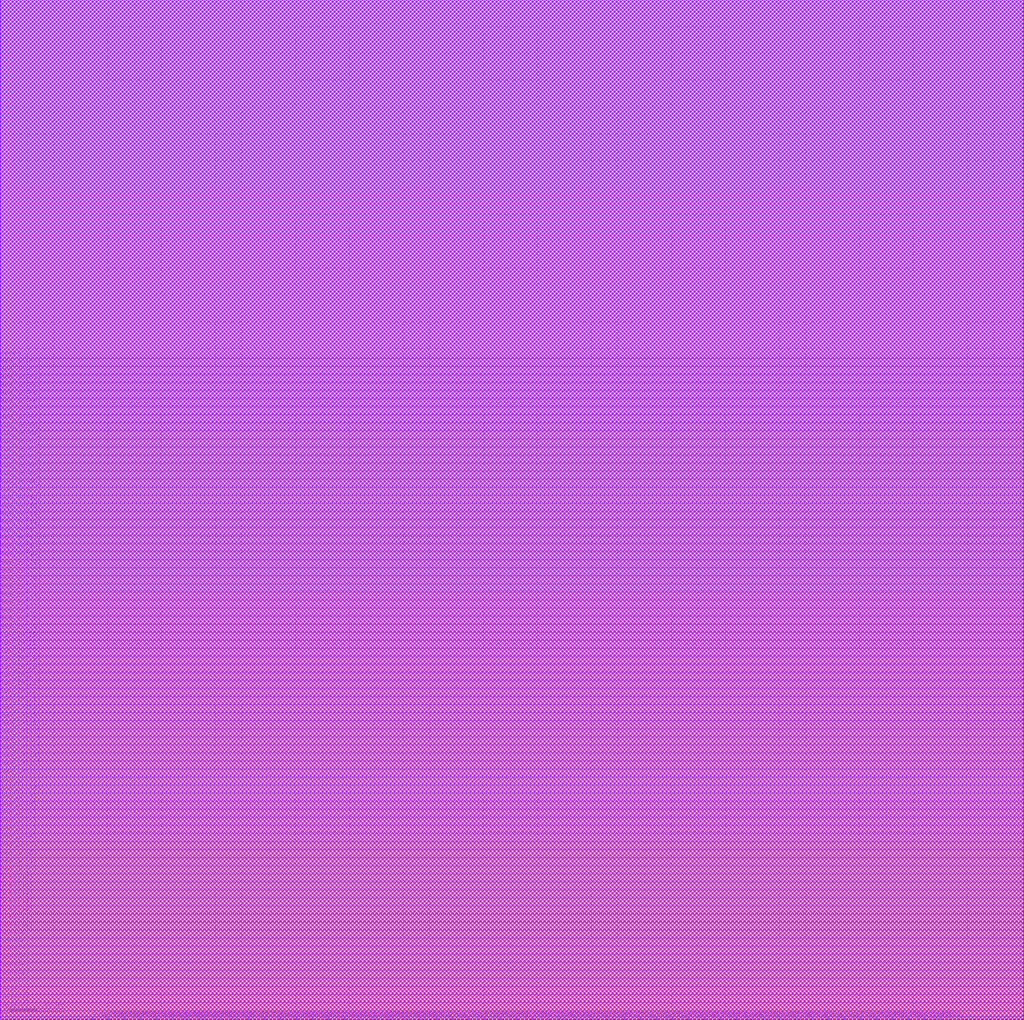
<source format=lef>
##
## LEF for PtnCells ;
## created by Innovus v15.23-s045_1 on Sat Mar 22 17:45:17 2025
##

VERSION 5.8 ;

BUSBITCHARS "[]" ;
DIVIDERCHAR "/" ;

MACRO core
  CLASS BLOCK ;
  SIZE 381.2000 BY 380.0000 ;
  FOREIGN core 0.0000 0.0000 ;
  ORIGIN 0 0 ;
  SYMMETRY X Y R90 ;
  PIN clk
    DIRECTION INPUT ;
    USE SIGNAL ;
    PORT
      LAYER M3 ;
        RECT 0.0000 1.1500 0.5200 1.2500 ;
    END
  END clk
  PIN mem_in[63]
    DIRECTION INPUT ;
    USE SIGNAL ;
    PORT
      LAYER M3 ;
        RECT 0.0000 243.3500 0.5200 243.4500 ;
    END
  END mem_in[63]
  PIN mem_in[62]
    DIRECTION INPUT ;
    USE SIGNAL ;
    PORT
      LAYER M3 ;
        RECT 0.0000 240.3500 0.5200 240.4500 ;
    END
  END mem_in[62]
  PIN mem_in[61]
    DIRECTION INPUT ;
    USE SIGNAL ;
    PORT
      LAYER M3 ;
        RECT 0.0000 237.3500 0.5200 237.4500 ;
    END
  END mem_in[61]
  PIN mem_in[60]
    DIRECTION INPUT ;
    USE SIGNAL ;
    PORT
      LAYER M3 ;
        RECT 0.0000 234.3500 0.5200 234.4500 ;
    END
  END mem_in[60]
  PIN mem_in[59]
    DIRECTION INPUT ;
    USE SIGNAL ;
    PORT
      LAYER M3 ;
        RECT 0.0000 231.3500 0.5200 231.4500 ;
    END
  END mem_in[59]
  PIN mem_in[58]
    DIRECTION INPUT ;
    USE SIGNAL ;
    PORT
      LAYER M3 ;
        RECT 0.0000 228.3500 0.5200 228.4500 ;
    END
  END mem_in[58]
  PIN mem_in[57]
    DIRECTION INPUT ;
    USE SIGNAL ;
    PORT
      LAYER M3 ;
        RECT 0.0000 225.3500 0.5200 225.4500 ;
    END
  END mem_in[57]
  PIN mem_in[56]
    DIRECTION INPUT ;
    USE SIGNAL ;
    PORT
      LAYER M3 ;
        RECT 0.0000 222.3500 0.5200 222.4500 ;
    END
  END mem_in[56]
  PIN mem_in[55]
    DIRECTION INPUT ;
    USE SIGNAL ;
    PORT
      LAYER M3 ;
        RECT 0.0000 219.3500 0.5200 219.4500 ;
    END
  END mem_in[55]
  PIN mem_in[54]
    DIRECTION INPUT ;
    USE SIGNAL ;
    PORT
      LAYER M3 ;
        RECT 0.0000 216.3500 0.5200 216.4500 ;
    END
  END mem_in[54]
  PIN mem_in[53]
    DIRECTION INPUT ;
    USE SIGNAL ;
    PORT
      LAYER M3 ;
        RECT 0.0000 213.3500 0.5200 213.4500 ;
    END
  END mem_in[53]
  PIN mem_in[52]
    DIRECTION INPUT ;
    USE SIGNAL ;
    PORT
      LAYER M3 ;
        RECT 0.0000 210.3500 0.5200 210.4500 ;
    END
  END mem_in[52]
  PIN mem_in[51]
    DIRECTION INPUT ;
    USE SIGNAL ;
    PORT
      LAYER M3 ;
        RECT 0.0000 207.3500 0.5200 207.4500 ;
    END
  END mem_in[51]
  PIN mem_in[50]
    DIRECTION INPUT ;
    USE SIGNAL ;
    PORT
      LAYER M3 ;
        RECT 0.0000 204.3500 0.5200 204.4500 ;
    END
  END mem_in[50]
  PIN mem_in[49]
    DIRECTION INPUT ;
    USE SIGNAL ;
    PORT
      LAYER M3 ;
        RECT 0.0000 201.3500 0.5200 201.4500 ;
    END
  END mem_in[49]
  PIN mem_in[48]
    DIRECTION INPUT ;
    USE SIGNAL ;
    PORT
      LAYER M3 ;
        RECT 0.0000 198.3500 0.5200 198.4500 ;
    END
  END mem_in[48]
  PIN mem_in[47]
    DIRECTION INPUT ;
    USE SIGNAL ;
    PORT
      LAYER M3 ;
        RECT 0.0000 195.3500 0.5200 195.4500 ;
    END
  END mem_in[47]
  PIN mem_in[46]
    DIRECTION INPUT ;
    USE SIGNAL ;
    PORT
      LAYER M3 ;
        RECT 0.0000 192.3500 0.5200 192.4500 ;
    END
  END mem_in[46]
  PIN mem_in[45]
    DIRECTION INPUT ;
    USE SIGNAL ;
    PORT
      LAYER M3 ;
        RECT 0.0000 189.3500 0.5200 189.4500 ;
    END
  END mem_in[45]
  PIN mem_in[44]
    DIRECTION INPUT ;
    USE SIGNAL ;
    PORT
      LAYER M3 ;
        RECT 0.0000 186.3500 0.5200 186.4500 ;
    END
  END mem_in[44]
  PIN mem_in[43]
    DIRECTION INPUT ;
    USE SIGNAL ;
    PORT
      LAYER M3 ;
        RECT 0.0000 183.3500 0.5200 183.4500 ;
    END
  END mem_in[43]
  PIN mem_in[42]
    DIRECTION INPUT ;
    USE SIGNAL ;
    PORT
      LAYER M3 ;
        RECT 0.0000 180.3500 0.5200 180.4500 ;
    END
  END mem_in[42]
  PIN mem_in[41]
    DIRECTION INPUT ;
    USE SIGNAL ;
    PORT
      LAYER M3 ;
        RECT 0.0000 177.3500 0.5200 177.4500 ;
    END
  END mem_in[41]
  PIN mem_in[40]
    DIRECTION INPUT ;
    USE SIGNAL ;
    PORT
      LAYER M3 ;
        RECT 0.0000 174.3500 0.5200 174.4500 ;
    END
  END mem_in[40]
  PIN mem_in[39]
    DIRECTION INPUT ;
    USE SIGNAL ;
    PORT
      LAYER M3 ;
        RECT 0.0000 171.3500 0.5200 171.4500 ;
    END
  END mem_in[39]
  PIN mem_in[38]
    DIRECTION INPUT ;
    USE SIGNAL ;
    PORT
      LAYER M3 ;
        RECT 0.0000 168.3500 0.5200 168.4500 ;
    END
  END mem_in[38]
  PIN mem_in[37]
    DIRECTION INPUT ;
    USE SIGNAL ;
    PORT
      LAYER M3 ;
        RECT 0.0000 165.3500 0.5200 165.4500 ;
    END
  END mem_in[37]
  PIN mem_in[36]
    DIRECTION INPUT ;
    USE SIGNAL ;
    PORT
      LAYER M3 ;
        RECT 0.0000 162.3500 0.5200 162.4500 ;
    END
  END mem_in[36]
  PIN mem_in[35]
    DIRECTION INPUT ;
    USE SIGNAL ;
    PORT
      LAYER M3 ;
        RECT 0.0000 159.3500 0.5200 159.4500 ;
    END
  END mem_in[35]
  PIN mem_in[34]
    DIRECTION INPUT ;
    USE SIGNAL ;
    PORT
      LAYER M3 ;
        RECT 0.0000 156.3500 0.5200 156.4500 ;
    END
  END mem_in[34]
  PIN mem_in[33]
    DIRECTION INPUT ;
    USE SIGNAL ;
    PORT
      LAYER M3 ;
        RECT 0.0000 153.3500 0.5200 153.4500 ;
    END
  END mem_in[33]
  PIN mem_in[32]
    DIRECTION INPUT ;
    USE SIGNAL ;
    PORT
      LAYER M3 ;
        RECT 0.0000 150.3500 0.5200 150.4500 ;
    END
  END mem_in[32]
  PIN mem_in[31]
    DIRECTION INPUT ;
    USE SIGNAL ;
    PORT
      LAYER M3 ;
        RECT 0.0000 147.3500 0.5200 147.4500 ;
    END
  END mem_in[31]
  PIN mem_in[30]
    DIRECTION INPUT ;
    USE SIGNAL ;
    PORT
      LAYER M3 ;
        RECT 0.0000 144.3500 0.5200 144.4500 ;
    END
  END mem_in[30]
  PIN mem_in[29]
    DIRECTION INPUT ;
    USE SIGNAL ;
    PORT
      LAYER M3 ;
        RECT 0.0000 141.3500 0.5200 141.4500 ;
    END
  END mem_in[29]
  PIN mem_in[28]
    DIRECTION INPUT ;
    USE SIGNAL ;
    PORT
      LAYER M3 ;
        RECT 0.0000 138.3500 0.5200 138.4500 ;
    END
  END mem_in[28]
  PIN mem_in[27]
    DIRECTION INPUT ;
    USE SIGNAL ;
    PORT
      LAYER M3 ;
        RECT 0.0000 135.3500 0.5200 135.4500 ;
    END
  END mem_in[27]
  PIN mem_in[26]
    DIRECTION INPUT ;
    USE SIGNAL ;
    PORT
      LAYER M3 ;
        RECT 0.0000 132.3500 0.5200 132.4500 ;
    END
  END mem_in[26]
  PIN mem_in[25]
    DIRECTION INPUT ;
    USE SIGNAL ;
    PORT
      LAYER M3 ;
        RECT 0.0000 129.3500 0.5200 129.4500 ;
    END
  END mem_in[25]
  PIN mem_in[24]
    DIRECTION INPUT ;
    USE SIGNAL ;
    PORT
      LAYER M3 ;
        RECT 0.0000 126.3500 0.5200 126.4500 ;
    END
  END mem_in[24]
  PIN mem_in[23]
    DIRECTION INPUT ;
    USE SIGNAL ;
    PORT
      LAYER M3 ;
        RECT 0.0000 123.3500 0.5200 123.4500 ;
    END
  END mem_in[23]
  PIN mem_in[22]
    DIRECTION INPUT ;
    USE SIGNAL ;
    PORT
      LAYER M3 ;
        RECT 0.0000 120.3500 0.5200 120.4500 ;
    END
  END mem_in[22]
  PIN mem_in[21]
    DIRECTION INPUT ;
    USE SIGNAL ;
    PORT
      LAYER M3 ;
        RECT 0.0000 117.3500 0.5200 117.4500 ;
    END
  END mem_in[21]
  PIN mem_in[20]
    DIRECTION INPUT ;
    USE SIGNAL ;
    PORT
      LAYER M3 ;
        RECT 0.0000 114.3500 0.5200 114.4500 ;
    END
  END mem_in[20]
  PIN mem_in[19]
    DIRECTION INPUT ;
    USE SIGNAL ;
    PORT
      LAYER M3 ;
        RECT 0.0000 111.3500 0.5200 111.4500 ;
    END
  END mem_in[19]
  PIN mem_in[18]
    DIRECTION INPUT ;
    USE SIGNAL ;
    PORT
      LAYER M3 ;
        RECT 0.0000 108.3500 0.5200 108.4500 ;
    END
  END mem_in[18]
  PIN mem_in[17]
    DIRECTION INPUT ;
    USE SIGNAL ;
    PORT
      LAYER M3 ;
        RECT 0.0000 105.3500 0.5200 105.4500 ;
    END
  END mem_in[17]
  PIN mem_in[16]
    DIRECTION INPUT ;
    USE SIGNAL ;
    PORT
      LAYER M3 ;
        RECT 0.0000 102.3500 0.5200 102.4500 ;
    END
  END mem_in[16]
  PIN mem_in[15]
    DIRECTION INPUT ;
    USE SIGNAL ;
    PORT
      LAYER M3 ;
        RECT 0.0000 99.3500 0.5200 99.4500 ;
    END
  END mem_in[15]
  PIN mem_in[14]
    DIRECTION INPUT ;
    USE SIGNAL ;
    PORT
      LAYER M3 ;
        RECT 0.0000 96.3500 0.5200 96.4500 ;
    END
  END mem_in[14]
  PIN mem_in[13]
    DIRECTION INPUT ;
    USE SIGNAL ;
    PORT
      LAYER M3 ;
        RECT 0.0000 93.3500 0.5200 93.4500 ;
    END
  END mem_in[13]
  PIN mem_in[12]
    DIRECTION INPUT ;
    USE SIGNAL ;
    PORT
      LAYER M3 ;
        RECT 0.0000 90.3500 0.5200 90.4500 ;
    END
  END mem_in[12]
  PIN mem_in[11]
    DIRECTION INPUT ;
    USE SIGNAL ;
    PORT
      LAYER M3 ;
        RECT 0.0000 87.3500 0.5200 87.4500 ;
    END
  END mem_in[11]
  PIN mem_in[10]
    DIRECTION INPUT ;
    USE SIGNAL ;
    PORT
      LAYER M3 ;
        RECT 0.0000 84.3500 0.5200 84.4500 ;
    END
  END mem_in[10]
  PIN mem_in[9]
    DIRECTION INPUT ;
    USE SIGNAL ;
    PORT
      LAYER M3 ;
        RECT 0.0000 81.3500 0.5200 81.4500 ;
    END
  END mem_in[9]
  PIN mem_in[8]
    DIRECTION INPUT ;
    USE SIGNAL ;
    PORT
      LAYER M3 ;
        RECT 0.0000 78.3500 0.5200 78.4500 ;
    END
  END mem_in[8]
  PIN mem_in[7]
    DIRECTION INPUT ;
    USE SIGNAL ;
    PORT
      LAYER M3 ;
        RECT 0.0000 75.3500 0.5200 75.4500 ;
    END
  END mem_in[7]
  PIN mem_in[6]
    DIRECTION INPUT ;
    USE SIGNAL ;
    PORT
      LAYER M3 ;
        RECT 0.0000 72.3500 0.5200 72.4500 ;
    END
  END mem_in[6]
  PIN mem_in[5]
    DIRECTION INPUT ;
    USE SIGNAL ;
    PORT
      LAYER M3 ;
        RECT 0.0000 69.3500 0.5200 69.4500 ;
    END
  END mem_in[5]
  PIN mem_in[4]
    DIRECTION INPUT ;
    USE SIGNAL ;
    PORT
      LAYER M3 ;
        RECT 0.0000 66.3500 0.5200 66.4500 ;
    END
  END mem_in[4]
  PIN mem_in[3]
    DIRECTION INPUT ;
    USE SIGNAL ;
    PORT
      LAYER M3 ;
        RECT 0.0000 63.3500 0.5200 63.4500 ;
    END
  END mem_in[3]
  PIN mem_in[2]
    DIRECTION INPUT ;
    USE SIGNAL ;
    PORT
      LAYER M3 ;
        RECT 0.0000 60.3500 0.5200 60.4500 ;
    END
  END mem_in[2]
  PIN mem_in[1]
    DIRECTION INPUT ;
    USE SIGNAL ;
    PORT
      LAYER M3 ;
        RECT 0.0000 57.3500 0.5200 57.4500 ;
    END
  END mem_in[1]
  PIN mem_in[0]
    DIRECTION INPUT ;
    USE SIGNAL ;
    PORT
      LAYER M3 ;
        RECT 0.0000 54.3500 0.5200 54.4500 ;
    END
  END mem_in[0]
  PIN out[159]
    DIRECTION OUTPUT ;
    USE SIGNAL ;
    PORT
      LAYER M2 ;
        RECT 34.2500 0.0000 34.3500 0.5200 ;
    END
  END out[159]
  PIN out[158]
    DIRECTION OUTPUT ;
    USE SIGNAL ;
    PORT
      LAYER M2 ;
        RECT 36.2500 0.0000 36.3500 0.5200 ;
    END
  END out[158]
  PIN out[157]
    DIRECTION OUTPUT ;
    USE SIGNAL ;
    PORT
      LAYER M2 ;
        RECT 38.2500 0.0000 38.3500 0.5200 ;
    END
  END out[157]
  PIN out[156]
    DIRECTION OUTPUT ;
    USE SIGNAL ;
    PORT
      LAYER M2 ;
        RECT 40.2500 0.0000 40.3500 0.5200 ;
    END
  END out[156]
  PIN out[155]
    DIRECTION OUTPUT ;
    USE SIGNAL ;
    PORT
      LAYER M2 ;
        RECT 42.2500 0.0000 42.3500 0.5200 ;
    END
  END out[155]
  PIN out[154]
    DIRECTION OUTPUT ;
    USE SIGNAL ;
    PORT
      LAYER M2 ;
        RECT 44.2500 0.0000 44.3500 0.5200 ;
    END
  END out[154]
  PIN out[153]
    DIRECTION OUTPUT ;
    USE SIGNAL ;
    PORT
      LAYER M2 ;
        RECT 46.2500 0.0000 46.3500 0.5200 ;
    END
  END out[153]
  PIN out[152]
    DIRECTION OUTPUT ;
    USE SIGNAL ;
    PORT
      LAYER M2 ;
        RECT 48.2500 0.0000 48.3500 0.5200 ;
    END
  END out[152]
  PIN out[151]
    DIRECTION OUTPUT ;
    USE SIGNAL ;
    PORT
      LAYER M2 ;
        RECT 50.2500 0.0000 50.3500 0.5200 ;
    END
  END out[151]
  PIN out[150]
    DIRECTION OUTPUT ;
    USE SIGNAL ;
    PORT
      LAYER M2 ;
        RECT 52.2500 0.0000 52.3500 0.5200 ;
    END
  END out[150]
  PIN out[149]
    DIRECTION OUTPUT ;
    USE SIGNAL ;
    PORT
      LAYER M2 ;
        RECT 54.2500 0.0000 54.3500 0.5200 ;
    END
  END out[149]
  PIN out[148]
    DIRECTION OUTPUT ;
    USE SIGNAL ;
    PORT
      LAYER M2 ;
        RECT 56.2500 0.0000 56.3500 0.5200 ;
    END
  END out[148]
  PIN out[147]
    DIRECTION OUTPUT ;
    USE SIGNAL ;
    PORT
      LAYER M2 ;
        RECT 58.2500 0.0000 58.3500 0.5200 ;
    END
  END out[147]
  PIN out[146]
    DIRECTION OUTPUT ;
    USE SIGNAL ;
    PORT
      LAYER M2 ;
        RECT 60.2500 0.0000 60.3500 0.5200 ;
    END
  END out[146]
  PIN out[145]
    DIRECTION OUTPUT ;
    USE SIGNAL ;
    PORT
      LAYER M2 ;
        RECT 62.2500 0.0000 62.3500 0.5200 ;
    END
  END out[145]
  PIN out[144]
    DIRECTION OUTPUT ;
    USE SIGNAL ;
    PORT
      LAYER M2 ;
        RECT 64.2500 0.0000 64.3500 0.5200 ;
    END
  END out[144]
  PIN out[143]
    DIRECTION OUTPUT ;
    USE SIGNAL ;
    PORT
      LAYER M2 ;
        RECT 66.2500 0.0000 66.3500 0.5200 ;
    END
  END out[143]
  PIN out[142]
    DIRECTION OUTPUT ;
    USE SIGNAL ;
    PORT
      LAYER M2 ;
        RECT 68.2500 0.0000 68.3500 0.5200 ;
    END
  END out[142]
  PIN out[141]
    DIRECTION OUTPUT ;
    USE SIGNAL ;
    PORT
      LAYER M2 ;
        RECT 70.2500 0.0000 70.3500 0.5200 ;
    END
  END out[141]
  PIN out[140]
    DIRECTION OUTPUT ;
    USE SIGNAL ;
    PORT
      LAYER M2 ;
        RECT 72.2500 0.0000 72.3500 0.5200 ;
    END
  END out[140]
  PIN out[139]
    DIRECTION OUTPUT ;
    USE SIGNAL ;
    PORT
      LAYER M2 ;
        RECT 74.2500 0.0000 74.3500 0.5200 ;
    END
  END out[139]
  PIN out[138]
    DIRECTION OUTPUT ;
    USE SIGNAL ;
    PORT
      LAYER M2 ;
        RECT 76.2500 0.0000 76.3500 0.5200 ;
    END
  END out[138]
  PIN out[137]
    DIRECTION OUTPUT ;
    USE SIGNAL ;
    PORT
      LAYER M2 ;
        RECT 78.2500 0.0000 78.3500 0.5200 ;
    END
  END out[137]
  PIN out[136]
    DIRECTION OUTPUT ;
    USE SIGNAL ;
    PORT
      LAYER M2 ;
        RECT 80.2500 0.0000 80.3500 0.5200 ;
    END
  END out[136]
  PIN out[135]
    DIRECTION OUTPUT ;
    USE SIGNAL ;
    PORT
      LAYER M2 ;
        RECT 82.2500 0.0000 82.3500 0.5200 ;
    END
  END out[135]
  PIN out[134]
    DIRECTION OUTPUT ;
    USE SIGNAL ;
    PORT
      LAYER M2 ;
        RECT 84.2500 0.0000 84.3500 0.5200 ;
    END
  END out[134]
  PIN out[133]
    DIRECTION OUTPUT ;
    USE SIGNAL ;
    PORT
      LAYER M2 ;
        RECT 86.2500 0.0000 86.3500 0.5200 ;
    END
  END out[133]
  PIN out[132]
    DIRECTION OUTPUT ;
    USE SIGNAL ;
    PORT
      LAYER M2 ;
        RECT 88.2500 0.0000 88.3500 0.5200 ;
    END
  END out[132]
  PIN out[131]
    DIRECTION OUTPUT ;
    USE SIGNAL ;
    PORT
      LAYER M2 ;
        RECT 90.2500 0.0000 90.3500 0.5200 ;
    END
  END out[131]
  PIN out[130]
    DIRECTION OUTPUT ;
    USE SIGNAL ;
    PORT
      LAYER M2 ;
        RECT 92.2500 0.0000 92.3500 0.5200 ;
    END
  END out[130]
  PIN out[129]
    DIRECTION OUTPUT ;
    USE SIGNAL ;
    PORT
      LAYER M2 ;
        RECT 94.2500 0.0000 94.3500 0.5200 ;
    END
  END out[129]
  PIN out[128]
    DIRECTION OUTPUT ;
    USE SIGNAL ;
    PORT
      LAYER M2 ;
        RECT 96.2500 0.0000 96.3500 0.5200 ;
    END
  END out[128]
  PIN out[127]
    DIRECTION OUTPUT ;
    USE SIGNAL ;
    PORT
      LAYER M2 ;
        RECT 98.2500 0.0000 98.3500 0.5200 ;
    END
  END out[127]
  PIN out[126]
    DIRECTION OUTPUT ;
    USE SIGNAL ;
    PORT
      LAYER M2 ;
        RECT 100.2500 0.0000 100.3500 0.5200 ;
    END
  END out[126]
  PIN out[125]
    DIRECTION OUTPUT ;
    USE SIGNAL ;
    PORT
      LAYER M2 ;
        RECT 102.2500 0.0000 102.3500 0.5200 ;
    END
  END out[125]
  PIN out[124]
    DIRECTION OUTPUT ;
    USE SIGNAL ;
    PORT
      LAYER M2 ;
        RECT 104.2500 0.0000 104.3500 0.5200 ;
    END
  END out[124]
  PIN out[123]
    DIRECTION OUTPUT ;
    USE SIGNAL ;
    PORT
      LAYER M2 ;
        RECT 106.2500 0.0000 106.3500 0.5200 ;
    END
  END out[123]
  PIN out[122]
    DIRECTION OUTPUT ;
    USE SIGNAL ;
    PORT
      LAYER M2 ;
        RECT 108.2500 0.0000 108.3500 0.5200 ;
    END
  END out[122]
  PIN out[121]
    DIRECTION OUTPUT ;
    USE SIGNAL ;
    PORT
      LAYER M2 ;
        RECT 110.2500 0.0000 110.3500 0.5200 ;
    END
  END out[121]
  PIN out[120]
    DIRECTION OUTPUT ;
    USE SIGNAL ;
    PORT
      LAYER M2 ;
        RECT 112.2500 0.0000 112.3500 0.5200 ;
    END
  END out[120]
  PIN out[119]
    DIRECTION OUTPUT ;
    USE SIGNAL ;
    PORT
      LAYER M2 ;
        RECT 114.2500 0.0000 114.3500 0.5200 ;
    END
  END out[119]
  PIN out[118]
    DIRECTION OUTPUT ;
    USE SIGNAL ;
    PORT
      LAYER M2 ;
        RECT 116.2500 0.0000 116.3500 0.5200 ;
    END
  END out[118]
  PIN out[117]
    DIRECTION OUTPUT ;
    USE SIGNAL ;
    PORT
      LAYER M2 ;
        RECT 118.2500 0.0000 118.3500 0.5200 ;
    END
  END out[117]
  PIN out[116]
    DIRECTION OUTPUT ;
    USE SIGNAL ;
    PORT
      LAYER M2 ;
        RECT 120.2500 0.0000 120.3500 0.5200 ;
    END
  END out[116]
  PIN out[115]
    DIRECTION OUTPUT ;
    USE SIGNAL ;
    PORT
      LAYER M2 ;
        RECT 122.2500 0.0000 122.3500 0.5200 ;
    END
  END out[115]
  PIN out[114]
    DIRECTION OUTPUT ;
    USE SIGNAL ;
    PORT
      LAYER M2 ;
        RECT 124.2500 0.0000 124.3500 0.5200 ;
    END
  END out[114]
  PIN out[113]
    DIRECTION OUTPUT ;
    USE SIGNAL ;
    PORT
      LAYER M2 ;
        RECT 126.2500 0.0000 126.3500 0.5200 ;
    END
  END out[113]
  PIN out[112]
    DIRECTION OUTPUT ;
    USE SIGNAL ;
    PORT
      LAYER M2 ;
        RECT 128.2500 0.0000 128.3500 0.5200 ;
    END
  END out[112]
  PIN out[111]
    DIRECTION OUTPUT ;
    USE SIGNAL ;
    PORT
      LAYER M2 ;
        RECT 130.2500 0.0000 130.3500 0.5200 ;
    END
  END out[111]
  PIN out[110]
    DIRECTION OUTPUT ;
    USE SIGNAL ;
    PORT
      LAYER M2 ;
        RECT 132.2500 0.0000 132.3500 0.5200 ;
    END
  END out[110]
  PIN out[109]
    DIRECTION OUTPUT ;
    USE SIGNAL ;
    PORT
      LAYER M2 ;
        RECT 134.2500 0.0000 134.3500 0.5200 ;
    END
  END out[109]
  PIN out[108]
    DIRECTION OUTPUT ;
    USE SIGNAL ;
    PORT
      LAYER M2 ;
        RECT 136.2500 0.0000 136.3500 0.5200 ;
    END
  END out[108]
  PIN out[107]
    DIRECTION OUTPUT ;
    USE SIGNAL ;
    PORT
      LAYER M2 ;
        RECT 138.2500 0.0000 138.3500 0.5200 ;
    END
  END out[107]
  PIN out[106]
    DIRECTION OUTPUT ;
    USE SIGNAL ;
    PORT
      LAYER M2 ;
        RECT 140.2500 0.0000 140.3500 0.5200 ;
    END
  END out[106]
  PIN out[105]
    DIRECTION OUTPUT ;
    USE SIGNAL ;
    PORT
      LAYER M2 ;
        RECT 142.2500 0.0000 142.3500 0.5200 ;
    END
  END out[105]
  PIN out[104]
    DIRECTION OUTPUT ;
    USE SIGNAL ;
    PORT
      LAYER M2 ;
        RECT 144.2500 0.0000 144.3500 0.5200 ;
    END
  END out[104]
  PIN out[103]
    DIRECTION OUTPUT ;
    USE SIGNAL ;
    PORT
      LAYER M2 ;
        RECT 146.2500 0.0000 146.3500 0.5200 ;
    END
  END out[103]
  PIN out[102]
    DIRECTION OUTPUT ;
    USE SIGNAL ;
    PORT
      LAYER M2 ;
        RECT 148.2500 0.0000 148.3500 0.5200 ;
    END
  END out[102]
  PIN out[101]
    DIRECTION OUTPUT ;
    USE SIGNAL ;
    PORT
      LAYER M2 ;
        RECT 150.2500 0.0000 150.3500 0.5200 ;
    END
  END out[101]
  PIN out[100]
    DIRECTION OUTPUT ;
    USE SIGNAL ;
    PORT
      LAYER M2 ;
        RECT 152.2500 0.0000 152.3500 0.5200 ;
    END
  END out[100]
  PIN out[99]
    DIRECTION OUTPUT ;
    USE SIGNAL ;
    PORT
      LAYER M2 ;
        RECT 154.2500 0.0000 154.3500 0.5200 ;
    END
  END out[99]
  PIN out[98]
    DIRECTION OUTPUT ;
    USE SIGNAL ;
    PORT
      LAYER M2 ;
        RECT 156.2500 0.0000 156.3500 0.5200 ;
    END
  END out[98]
  PIN out[97]
    DIRECTION OUTPUT ;
    USE SIGNAL ;
    PORT
      LAYER M2 ;
        RECT 158.2500 0.0000 158.3500 0.5200 ;
    END
  END out[97]
  PIN out[96]
    DIRECTION OUTPUT ;
    USE SIGNAL ;
    PORT
      LAYER M2 ;
        RECT 160.2500 0.0000 160.3500 0.5200 ;
    END
  END out[96]
  PIN out[95]
    DIRECTION OUTPUT ;
    USE SIGNAL ;
    PORT
      LAYER M2 ;
        RECT 162.2500 0.0000 162.3500 0.5200 ;
    END
  END out[95]
  PIN out[94]
    DIRECTION OUTPUT ;
    USE SIGNAL ;
    PORT
      LAYER M2 ;
        RECT 164.2500 0.0000 164.3500 0.5200 ;
    END
  END out[94]
  PIN out[93]
    DIRECTION OUTPUT ;
    USE SIGNAL ;
    PORT
      LAYER M2 ;
        RECT 166.2500 0.0000 166.3500 0.5200 ;
    END
  END out[93]
  PIN out[92]
    DIRECTION OUTPUT ;
    USE SIGNAL ;
    PORT
      LAYER M2 ;
        RECT 168.2500 0.0000 168.3500 0.5200 ;
    END
  END out[92]
  PIN out[91]
    DIRECTION OUTPUT ;
    USE SIGNAL ;
    PORT
      LAYER M2 ;
        RECT 170.2500 0.0000 170.3500 0.5200 ;
    END
  END out[91]
  PIN out[90]
    DIRECTION OUTPUT ;
    USE SIGNAL ;
    PORT
      LAYER M2 ;
        RECT 172.2500 0.0000 172.3500 0.5200 ;
    END
  END out[90]
  PIN out[89]
    DIRECTION OUTPUT ;
    USE SIGNAL ;
    PORT
      LAYER M2 ;
        RECT 174.2500 0.0000 174.3500 0.5200 ;
    END
  END out[89]
  PIN out[88]
    DIRECTION OUTPUT ;
    USE SIGNAL ;
    PORT
      LAYER M2 ;
        RECT 176.2500 0.0000 176.3500 0.5200 ;
    END
  END out[88]
  PIN out[87]
    DIRECTION OUTPUT ;
    USE SIGNAL ;
    PORT
      LAYER M2 ;
        RECT 178.2500 0.0000 178.3500 0.5200 ;
    END
  END out[87]
  PIN out[86]
    DIRECTION OUTPUT ;
    USE SIGNAL ;
    PORT
      LAYER M2 ;
        RECT 180.2500 0.0000 180.3500 0.5200 ;
    END
  END out[86]
  PIN out[85]
    DIRECTION OUTPUT ;
    USE SIGNAL ;
    PORT
      LAYER M2 ;
        RECT 182.2500 0.0000 182.3500 0.5200 ;
    END
  END out[85]
  PIN out[84]
    DIRECTION OUTPUT ;
    USE SIGNAL ;
    PORT
      LAYER M2 ;
        RECT 184.2500 0.0000 184.3500 0.5200 ;
    END
  END out[84]
  PIN out[83]
    DIRECTION OUTPUT ;
    USE SIGNAL ;
    PORT
      LAYER M2 ;
        RECT 186.2500 0.0000 186.3500 0.5200 ;
    END
  END out[83]
  PIN out[82]
    DIRECTION OUTPUT ;
    USE SIGNAL ;
    PORT
      LAYER M2 ;
        RECT 188.2500 0.0000 188.3500 0.5200 ;
    END
  END out[82]
  PIN out[81]
    DIRECTION OUTPUT ;
    USE SIGNAL ;
    PORT
      LAYER M2 ;
        RECT 190.2500 0.0000 190.3500 0.5200 ;
    END
  END out[81]
  PIN out[80]
    DIRECTION OUTPUT ;
    USE SIGNAL ;
    PORT
      LAYER M2 ;
        RECT 192.2500 0.0000 192.3500 0.5200 ;
    END
  END out[80]
  PIN out[79]
    DIRECTION OUTPUT ;
    USE SIGNAL ;
    PORT
      LAYER M2 ;
        RECT 194.2500 0.0000 194.3500 0.5200 ;
    END
  END out[79]
  PIN out[78]
    DIRECTION OUTPUT ;
    USE SIGNAL ;
    PORT
      LAYER M2 ;
        RECT 196.2500 0.0000 196.3500 0.5200 ;
    END
  END out[78]
  PIN out[77]
    DIRECTION OUTPUT ;
    USE SIGNAL ;
    PORT
      LAYER M2 ;
        RECT 198.2500 0.0000 198.3500 0.5200 ;
    END
  END out[77]
  PIN out[76]
    DIRECTION OUTPUT ;
    USE SIGNAL ;
    PORT
      LAYER M2 ;
        RECT 200.2500 0.0000 200.3500 0.5200 ;
    END
  END out[76]
  PIN out[75]
    DIRECTION OUTPUT ;
    USE SIGNAL ;
    PORT
      LAYER M2 ;
        RECT 202.2500 0.0000 202.3500 0.5200 ;
    END
  END out[75]
  PIN out[74]
    DIRECTION OUTPUT ;
    USE SIGNAL ;
    PORT
      LAYER M2 ;
        RECT 204.2500 0.0000 204.3500 0.5200 ;
    END
  END out[74]
  PIN out[73]
    DIRECTION OUTPUT ;
    USE SIGNAL ;
    PORT
      LAYER M2 ;
        RECT 206.2500 0.0000 206.3500 0.5200 ;
    END
  END out[73]
  PIN out[72]
    DIRECTION OUTPUT ;
    USE SIGNAL ;
    PORT
      LAYER M2 ;
        RECT 208.2500 0.0000 208.3500 0.5200 ;
    END
  END out[72]
  PIN out[71]
    DIRECTION OUTPUT ;
    USE SIGNAL ;
    PORT
      LAYER M2 ;
        RECT 210.2500 0.0000 210.3500 0.5200 ;
    END
  END out[71]
  PIN out[70]
    DIRECTION OUTPUT ;
    USE SIGNAL ;
    PORT
      LAYER M2 ;
        RECT 212.2500 0.0000 212.3500 0.5200 ;
    END
  END out[70]
  PIN out[69]
    DIRECTION OUTPUT ;
    USE SIGNAL ;
    PORT
      LAYER M2 ;
        RECT 214.2500 0.0000 214.3500 0.5200 ;
    END
  END out[69]
  PIN out[68]
    DIRECTION OUTPUT ;
    USE SIGNAL ;
    PORT
      LAYER M2 ;
        RECT 216.2500 0.0000 216.3500 0.5200 ;
    END
  END out[68]
  PIN out[67]
    DIRECTION OUTPUT ;
    USE SIGNAL ;
    PORT
      LAYER M2 ;
        RECT 218.2500 0.0000 218.3500 0.5200 ;
    END
  END out[67]
  PIN out[66]
    DIRECTION OUTPUT ;
    USE SIGNAL ;
    PORT
      LAYER M2 ;
        RECT 220.2500 0.0000 220.3500 0.5200 ;
    END
  END out[66]
  PIN out[65]
    DIRECTION OUTPUT ;
    USE SIGNAL ;
    PORT
      LAYER M2 ;
        RECT 222.2500 0.0000 222.3500 0.5200 ;
    END
  END out[65]
  PIN out[64]
    DIRECTION OUTPUT ;
    USE SIGNAL ;
    PORT
      LAYER M2 ;
        RECT 224.2500 0.0000 224.3500 0.5200 ;
    END
  END out[64]
  PIN out[63]
    DIRECTION OUTPUT ;
    USE SIGNAL ;
    PORT
      LAYER M2 ;
        RECT 226.2500 0.0000 226.3500 0.5200 ;
    END
  END out[63]
  PIN out[62]
    DIRECTION OUTPUT ;
    USE SIGNAL ;
    PORT
      LAYER M2 ;
        RECT 228.2500 0.0000 228.3500 0.5200 ;
    END
  END out[62]
  PIN out[61]
    DIRECTION OUTPUT ;
    USE SIGNAL ;
    PORT
      LAYER M2 ;
        RECT 230.2500 0.0000 230.3500 0.5200 ;
    END
  END out[61]
  PIN out[60]
    DIRECTION OUTPUT ;
    USE SIGNAL ;
    PORT
      LAYER M2 ;
        RECT 232.2500 0.0000 232.3500 0.5200 ;
    END
  END out[60]
  PIN out[59]
    DIRECTION OUTPUT ;
    USE SIGNAL ;
    PORT
      LAYER M2 ;
        RECT 234.2500 0.0000 234.3500 0.5200 ;
    END
  END out[59]
  PIN out[58]
    DIRECTION OUTPUT ;
    USE SIGNAL ;
    PORT
      LAYER M2 ;
        RECT 236.2500 0.0000 236.3500 0.5200 ;
    END
  END out[58]
  PIN out[57]
    DIRECTION OUTPUT ;
    USE SIGNAL ;
    PORT
      LAYER M2 ;
        RECT 238.2500 0.0000 238.3500 0.5200 ;
    END
  END out[57]
  PIN out[56]
    DIRECTION OUTPUT ;
    USE SIGNAL ;
    PORT
      LAYER M2 ;
        RECT 240.2500 0.0000 240.3500 0.5200 ;
    END
  END out[56]
  PIN out[55]
    DIRECTION OUTPUT ;
    USE SIGNAL ;
    PORT
      LAYER M2 ;
        RECT 242.2500 0.0000 242.3500 0.5200 ;
    END
  END out[55]
  PIN out[54]
    DIRECTION OUTPUT ;
    USE SIGNAL ;
    PORT
      LAYER M2 ;
        RECT 244.2500 0.0000 244.3500 0.5200 ;
    END
  END out[54]
  PIN out[53]
    DIRECTION OUTPUT ;
    USE SIGNAL ;
    PORT
      LAYER M2 ;
        RECT 246.2500 0.0000 246.3500 0.5200 ;
    END
  END out[53]
  PIN out[52]
    DIRECTION OUTPUT ;
    USE SIGNAL ;
    PORT
      LAYER M2 ;
        RECT 248.2500 0.0000 248.3500 0.5200 ;
    END
  END out[52]
  PIN out[51]
    DIRECTION OUTPUT ;
    USE SIGNAL ;
    PORT
      LAYER M2 ;
        RECT 250.2500 0.0000 250.3500 0.5200 ;
    END
  END out[51]
  PIN out[50]
    DIRECTION OUTPUT ;
    USE SIGNAL ;
    PORT
      LAYER M2 ;
        RECT 252.2500 0.0000 252.3500 0.5200 ;
    END
  END out[50]
  PIN out[49]
    DIRECTION OUTPUT ;
    USE SIGNAL ;
    PORT
      LAYER M2 ;
        RECT 254.2500 0.0000 254.3500 0.5200 ;
    END
  END out[49]
  PIN out[48]
    DIRECTION OUTPUT ;
    USE SIGNAL ;
    PORT
      LAYER M2 ;
        RECT 256.2500 0.0000 256.3500 0.5200 ;
    END
  END out[48]
  PIN out[47]
    DIRECTION OUTPUT ;
    USE SIGNAL ;
    PORT
      LAYER M2 ;
        RECT 258.2500 0.0000 258.3500 0.5200 ;
    END
  END out[47]
  PIN out[46]
    DIRECTION OUTPUT ;
    USE SIGNAL ;
    PORT
      LAYER M2 ;
        RECT 260.2500 0.0000 260.3500 0.5200 ;
    END
  END out[46]
  PIN out[45]
    DIRECTION OUTPUT ;
    USE SIGNAL ;
    PORT
      LAYER M2 ;
        RECT 262.2500 0.0000 262.3500 0.5200 ;
    END
  END out[45]
  PIN out[44]
    DIRECTION OUTPUT ;
    USE SIGNAL ;
    PORT
      LAYER M2 ;
        RECT 264.2500 0.0000 264.3500 0.5200 ;
    END
  END out[44]
  PIN out[43]
    DIRECTION OUTPUT ;
    USE SIGNAL ;
    PORT
      LAYER M2 ;
        RECT 266.2500 0.0000 266.3500 0.5200 ;
    END
  END out[43]
  PIN out[42]
    DIRECTION OUTPUT ;
    USE SIGNAL ;
    PORT
      LAYER M2 ;
        RECT 268.2500 0.0000 268.3500 0.5200 ;
    END
  END out[42]
  PIN out[41]
    DIRECTION OUTPUT ;
    USE SIGNAL ;
    PORT
      LAYER M2 ;
        RECT 270.2500 0.0000 270.3500 0.5200 ;
    END
  END out[41]
  PIN out[40]
    DIRECTION OUTPUT ;
    USE SIGNAL ;
    PORT
      LAYER M2 ;
        RECT 272.2500 0.0000 272.3500 0.5200 ;
    END
  END out[40]
  PIN out[39]
    DIRECTION OUTPUT ;
    USE SIGNAL ;
    PORT
      LAYER M2 ;
        RECT 274.2500 0.0000 274.3500 0.5200 ;
    END
  END out[39]
  PIN out[38]
    DIRECTION OUTPUT ;
    USE SIGNAL ;
    PORT
      LAYER M2 ;
        RECT 276.2500 0.0000 276.3500 0.5200 ;
    END
  END out[38]
  PIN out[37]
    DIRECTION OUTPUT ;
    USE SIGNAL ;
    PORT
      LAYER M2 ;
        RECT 278.2500 0.0000 278.3500 0.5200 ;
    END
  END out[37]
  PIN out[36]
    DIRECTION OUTPUT ;
    USE SIGNAL ;
    PORT
      LAYER M2 ;
        RECT 280.2500 0.0000 280.3500 0.5200 ;
    END
  END out[36]
  PIN out[35]
    DIRECTION OUTPUT ;
    USE SIGNAL ;
    PORT
      LAYER M2 ;
        RECT 282.2500 0.0000 282.3500 0.5200 ;
    END
  END out[35]
  PIN out[34]
    DIRECTION OUTPUT ;
    USE SIGNAL ;
    PORT
      LAYER M2 ;
        RECT 284.2500 0.0000 284.3500 0.5200 ;
    END
  END out[34]
  PIN out[33]
    DIRECTION OUTPUT ;
    USE SIGNAL ;
    PORT
      LAYER M2 ;
        RECT 286.2500 0.0000 286.3500 0.5200 ;
    END
  END out[33]
  PIN out[32]
    DIRECTION OUTPUT ;
    USE SIGNAL ;
    PORT
      LAYER M2 ;
        RECT 288.2500 0.0000 288.3500 0.5200 ;
    END
  END out[32]
  PIN out[31]
    DIRECTION OUTPUT ;
    USE SIGNAL ;
    PORT
      LAYER M2 ;
        RECT 290.2500 0.0000 290.3500 0.5200 ;
    END
  END out[31]
  PIN out[30]
    DIRECTION OUTPUT ;
    USE SIGNAL ;
    PORT
      LAYER M2 ;
        RECT 292.2500 0.0000 292.3500 0.5200 ;
    END
  END out[30]
  PIN out[29]
    DIRECTION OUTPUT ;
    USE SIGNAL ;
    PORT
      LAYER M2 ;
        RECT 294.2500 0.0000 294.3500 0.5200 ;
    END
  END out[29]
  PIN out[28]
    DIRECTION OUTPUT ;
    USE SIGNAL ;
    PORT
      LAYER M2 ;
        RECT 296.2500 0.0000 296.3500 0.5200 ;
    END
  END out[28]
  PIN out[27]
    DIRECTION OUTPUT ;
    USE SIGNAL ;
    PORT
      LAYER M2 ;
        RECT 298.2500 0.0000 298.3500 0.5200 ;
    END
  END out[27]
  PIN out[26]
    DIRECTION OUTPUT ;
    USE SIGNAL ;
    PORT
      LAYER M2 ;
        RECT 300.2500 0.0000 300.3500 0.5200 ;
    END
  END out[26]
  PIN out[25]
    DIRECTION OUTPUT ;
    USE SIGNAL ;
    PORT
      LAYER M2 ;
        RECT 302.2500 0.0000 302.3500 0.5200 ;
    END
  END out[25]
  PIN out[24]
    DIRECTION OUTPUT ;
    USE SIGNAL ;
    PORT
      LAYER M2 ;
        RECT 304.2500 0.0000 304.3500 0.5200 ;
    END
  END out[24]
  PIN out[23]
    DIRECTION OUTPUT ;
    USE SIGNAL ;
    PORT
      LAYER M2 ;
        RECT 306.2500 0.0000 306.3500 0.5200 ;
    END
  END out[23]
  PIN out[22]
    DIRECTION OUTPUT ;
    USE SIGNAL ;
    PORT
      LAYER M2 ;
        RECT 308.2500 0.0000 308.3500 0.5200 ;
    END
  END out[22]
  PIN out[21]
    DIRECTION OUTPUT ;
    USE SIGNAL ;
    PORT
      LAYER M2 ;
        RECT 310.2500 0.0000 310.3500 0.5200 ;
    END
  END out[21]
  PIN out[20]
    DIRECTION OUTPUT ;
    USE SIGNAL ;
    PORT
      LAYER M2 ;
        RECT 312.2500 0.0000 312.3500 0.5200 ;
    END
  END out[20]
  PIN out[19]
    DIRECTION OUTPUT ;
    USE SIGNAL ;
    PORT
      LAYER M2 ;
        RECT 314.2500 0.0000 314.3500 0.5200 ;
    END
  END out[19]
  PIN out[18]
    DIRECTION OUTPUT ;
    USE SIGNAL ;
    PORT
      LAYER M2 ;
        RECT 316.2500 0.0000 316.3500 0.5200 ;
    END
  END out[18]
  PIN out[17]
    DIRECTION OUTPUT ;
    USE SIGNAL ;
    PORT
      LAYER M2 ;
        RECT 318.2500 0.0000 318.3500 0.5200 ;
    END
  END out[17]
  PIN out[16]
    DIRECTION OUTPUT ;
    USE SIGNAL ;
    PORT
      LAYER M2 ;
        RECT 320.2500 0.0000 320.3500 0.5200 ;
    END
  END out[16]
  PIN out[15]
    DIRECTION OUTPUT ;
    USE SIGNAL ;
    PORT
      LAYER M2 ;
        RECT 322.2500 0.0000 322.3500 0.5200 ;
    END
  END out[15]
  PIN out[14]
    DIRECTION OUTPUT ;
    USE SIGNAL ;
    PORT
      LAYER M2 ;
        RECT 324.2500 0.0000 324.3500 0.5200 ;
    END
  END out[14]
  PIN out[13]
    DIRECTION OUTPUT ;
    USE SIGNAL ;
    PORT
      LAYER M2 ;
        RECT 326.2500 0.0000 326.3500 0.5200 ;
    END
  END out[13]
  PIN out[12]
    DIRECTION OUTPUT ;
    USE SIGNAL ;
    PORT
      LAYER M2 ;
        RECT 328.2500 0.0000 328.3500 0.5200 ;
    END
  END out[12]
  PIN out[11]
    DIRECTION OUTPUT ;
    USE SIGNAL ;
    PORT
      LAYER M2 ;
        RECT 330.2500 0.0000 330.3500 0.5200 ;
    END
  END out[11]
  PIN out[10]
    DIRECTION OUTPUT ;
    USE SIGNAL ;
    PORT
      LAYER M2 ;
        RECT 332.2500 0.0000 332.3500 0.5200 ;
    END
  END out[10]
  PIN out[9]
    DIRECTION OUTPUT ;
    USE SIGNAL ;
    PORT
      LAYER M2 ;
        RECT 334.2500 0.0000 334.3500 0.5200 ;
    END
  END out[9]
  PIN out[8]
    DIRECTION OUTPUT ;
    USE SIGNAL ;
    PORT
      LAYER M2 ;
        RECT 336.2500 0.0000 336.3500 0.5200 ;
    END
  END out[8]
  PIN out[7]
    DIRECTION OUTPUT ;
    USE SIGNAL ;
    PORT
      LAYER M2 ;
        RECT 338.2500 0.0000 338.3500 0.5200 ;
    END
  END out[7]
  PIN out[6]
    DIRECTION OUTPUT ;
    USE SIGNAL ;
    PORT
      LAYER M2 ;
        RECT 340.2500 0.0000 340.3500 0.5200 ;
    END
  END out[6]
  PIN out[5]
    DIRECTION OUTPUT ;
    USE SIGNAL ;
    PORT
      LAYER M2 ;
        RECT 342.2500 0.0000 342.3500 0.5200 ;
    END
  END out[5]
  PIN out[4]
    DIRECTION OUTPUT ;
    USE SIGNAL ;
    PORT
      LAYER M2 ;
        RECT 344.2500 0.0000 344.3500 0.5200 ;
    END
  END out[4]
  PIN out[3]
    DIRECTION OUTPUT ;
    USE SIGNAL ;
    PORT
      LAYER M2 ;
        RECT 346.2500 0.0000 346.3500 0.5200 ;
    END
  END out[3]
  PIN out[2]
    DIRECTION OUTPUT ;
    USE SIGNAL ;
    PORT
      LAYER M2 ;
        RECT 348.2500 0.0000 348.3500 0.5200 ;
    END
  END out[2]
  PIN out[1]
    DIRECTION OUTPUT ;
    USE SIGNAL ;
    PORT
      LAYER M2 ;
        RECT 350.2500 0.0000 350.3500 0.5200 ;
    END
  END out[1]
  PIN out[0]
    DIRECTION OUTPUT ;
    USE SIGNAL ;
    PORT
      LAYER M2 ;
        RECT 352.2500 0.0000 352.3500 0.5200 ;
    END
  END out[0]
  PIN inst[16]
    DIRECTION INPUT ;
    USE SIGNAL ;
    PORT
      LAYER M3 ;
        RECT 0.0000 51.3500 0.5200 51.4500 ;
    END
  END inst[16]
  PIN inst[15]
    DIRECTION INPUT ;
    USE SIGNAL ;
    PORT
      LAYER M3 ;
        RECT 0.0000 48.3500 0.5200 48.4500 ;
    END
  END inst[15]
  PIN inst[14]
    DIRECTION INPUT ;
    USE SIGNAL ;
    PORT
      LAYER M3 ;
        RECT 0.0000 45.3500 0.5200 45.4500 ;
    END
  END inst[14]
  PIN inst[13]
    DIRECTION INPUT ;
    USE SIGNAL ;
    PORT
      LAYER M3 ;
        RECT 0.0000 42.3500 0.5200 42.4500 ;
    END
  END inst[13]
  PIN inst[12]
    DIRECTION INPUT ;
    USE SIGNAL ;
    PORT
      LAYER M3 ;
        RECT 0.0000 39.3500 0.5200 39.4500 ;
    END
  END inst[12]
  PIN inst[11]
    DIRECTION INPUT ;
    USE SIGNAL ;
    PORT
      LAYER M3 ;
        RECT 0.0000 36.3500 0.5200 36.4500 ;
    END
  END inst[11]
  PIN inst[10]
    DIRECTION INPUT ;
    USE SIGNAL ;
    PORT
      LAYER M3 ;
        RECT 0.0000 33.3500 0.5200 33.4500 ;
    END
  END inst[10]
  PIN inst[9]
    DIRECTION INPUT ;
    USE SIGNAL ;
    PORT
      LAYER M3 ;
        RECT 0.0000 30.3500 0.5200 30.4500 ;
    END
  END inst[9]
  PIN inst[8]
    DIRECTION INPUT ;
    USE SIGNAL ;
    PORT
      LAYER M3 ;
        RECT 0.0000 27.3500 0.5200 27.4500 ;
    END
  END inst[8]
  PIN inst[7]
    DIRECTION INPUT ;
    USE SIGNAL ;
    PORT
      LAYER M3 ;
        RECT 0.0000 24.3500 0.5200 24.4500 ;
    END
  END inst[7]
  PIN inst[6]
    DIRECTION INPUT ;
    USE SIGNAL ;
    PORT
      LAYER M3 ;
        RECT 0.0000 21.3500 0.5200 21.4500 ;
    END
  END inst[6]
  PIN inst[5]
    DIRECTION INPUT ;
    USE SIGNAL ;
    PORT
      LAYER M3 ;
        RECT 0.0000 18.3500 0.5200 18.4500 ;
    END
  END inst[5]
  PIN inst[4]
    DIRECTION INPUT ;
    USE SIGNAL ;
    PORT
      LAYER M3 ;
        RECT 0.0000 15.3500 0.5200 15.4500 ;
    END
  END inst[4]
  PIN inst[3]
    DIRECTION INPUT ;
    USE SIGNAL ;
    PORT
      LAYER M3 ;
        RECT 0.0000 12.3500 0.5200 12.4500 ;
    END
  END inst[3]
  PIN inst[2]
    DIRECTION INPUT ;
    USE SIGNAL ;
    PORT
      LAYER M3 ;
        RECT 0.0000 9.3500 0.5200 9.4500 ;
    END
  END inst[2]
  PIN inst[1]
    DIRECTION INPUT ;
    USE SIGNAL ;
    PORT
      LAYER M3 ;
        RECT 0.0000 6.3500 0.5200 6.4500 ;
    END
  END inst[1]
  PIN inst[0]
    DIRECTION INPUT ;
    USE SIGNAL ;
    PORT
      LAYER M3 ;
        RECT 0.0000 3.3500 0.5200 3.4500 ;
    END
  END inst[0]
  PIN reset
    DIRECTION INPUT ;
    USE SIGNAL ;
    PORT
      LAYER M3 ;
        RECT 0.0000 246.3500 0.5200 246.4500 ;
    END
  END reset
  OBS
    LAYER M1 ;
      RECT 0.0000 0.0000 381.2000 380.0000 ;
    LAYER M2 ;
      RECT 0.0000 0.6200 381.2000 380.0000 ;
      RECT 352.4500 0.0000 381.2000 0.6200 ;
      RECT 350.4500 0.0000 352.1500 0.6200 ;
      RECT 348.4500 0.0000 350.1500 0.6200 ;
      RECT 346.4500 0.0000 348.1500 0.6200 ;
      RECT 344.4500 0.0000 346.1500 0.6200 ;
      RECT 342.4500 0.0000 344.1500 0.6200 ;
      RECT 340.4500 0.0000 342.1500 0.6200 ;
      RECT 338.4500 0.0000 340.1500 0.6200 ;
      RECT 336.4500 0.0000 338.1500 0.6200 ;
      RECT 334.4500 0.0000 336.1500 0.6200 ;
      RECT 332.4500 0.0000 334.1500 0.6200 ;
      RECT 330.4500 0.0000 332.1500 0.6200 ;
      RECT 328.4500 0.0000 330.1500 0.6200 ;
      RECT 326.4500 0.0000 328.1500 0.6200 ;
      RECT 324.4500 0.0000 326.1500 0.6200 ;
      RECT 322.4500 0.0000 324.1500 0.6200 ;
      RECT 320.4500 0.0000 322.1500 0.6200 ;
      RECT 318.4500 0.0000 320.1500 0.6200 ;
      RECT 316.4500 0.0000 318.1500 0.6200 ;
      RECT 314.4500 0.0000 316.1500 0.6200 ;
      RECT 312.4500 0.0000 314.1500 0.6200 ;
      RECT 310.4500 0.0000 312.1500 0.6200 ;
      RECT 308.4500 0.0000 310.1500 0.6200 ;
      RECT 306.4500 0.0000 308.1500 0.6200 ;
      RECT 304.4500 0.0000 306.1500 0.6200 ;
      RECT 302.4500 0.0000 304.1500 0.6200 ;
      RECT 300.4500 0.0000 302.1500 0.6200 ;
      RECT 298.4500 0.0000 300.1500 0.6200 ;
      RECT 296.4500 0.0000 298.1500 0.6200 ;
      RECT 294.4500 0.0000 296.1500 0.6200 ;
      RECT 292.4500 0.0000 294.1500 0.6200 ;
      RECT 290.4500 0.0000 292.1500 0.6200 ;
      RECT 288.4500 0.0000 290.1500 0.6200 ;
      RECT 286.4500 0.0000 288.1500 0.6200 ;
      RECT 284.4500 0.0000 286.1500 0.6200 ;
      RECT 282.4500 0.0000 284.1500 0.6200 ;
      RECT 280.4500 0.0000 282.1500 0.6200 ;
      RECT 278.4500 0.0000 280.1500 0.6200 ;
      RECT 276.4500 0.0000 278.1500 0.6200 ;
      RECT 274.4500 0.0000 276.1500 0.6200 ;
      RECT 272.4500 0.0000 274.1500 0.6200 ;
      RECT 270.4500 0.0000 272.1500 0.6200 ;
      RECT 268.4500 0.0000 270.1500 0.6200 ;
      RECT 266.4500 0.0000 268.1500 0.6200 ;
      RECT 264.4500 0.0000 266.1500 0.6200 ;
      RECT 262.4500 0.0000 264.1500 0.6200 ;
      RECT 260.4500 0.0000 262.1500 0.6200 ;
      RECT 258.4500 0.0000 260.1500 0.6200 ;
      RECT 256.4500 0.0000 258.1500 0.6200 ;
      RECT 254.4500 0.0000 256.1500 0.6200 ;
      RECT 252.4500 0.0000 254.1500 0.6200 ;
      RECT 250.4500 0.0000 252.1500 0.6200 ;
      RECT 248.4500 0.0000 250.1500 0.6200 ;
      RECT 246.4500 0.0000 248.1500 0.6200 ;
      RECT 244.4500 0.0000 246.1500 0.6200 ;
      RECT 242.4500 0.0000 244.1500 0.6200 ;
      RECT 240.4500 0.0000 242.1500 0.6200 ;
      RECT 238.4500 0.0000 240.1500 0.6200 ;
      RECT 236.4500 0.0000 238.1500 0.6200 ;
      RECT 234.4500 0.0000 236.1500 0.6200 ;
      RECT 232.4500 0.0000 234.1500 0.6200 ;
      RECT 230.4500 0.0000 232.1500 0.6200 ;
      RECT 228.4500 0.0000 230.1500 0.6200 ;
      RECT 226.4500 0.0000 228.1500 0.6200 ;
      RECT 224.4500 0.0000 226.1500 0.6200 ;
      RECT 222.4500 0.0000 224.1500 0.6200 ;
      RECT 220.4500 0.0000 222.1500 0.6200 ;
      RECT 218.4500 0.0000 220.1500 0.6200 ;
      RECT 216.4500 0.0000 218.1500 0.6200 ;
      RECT 214.4500 0.0000 216.1500 0.6200 ;
      RECT 212.4500 0.0000 214.1500 0.6200 ;
      RECT 210.4500 0.0000 212.1500 0.6200 ;
      RECT 208.4500 0.0000 210.1500 0.6200 ;
      RECT 206.4500 0.0000 208.1500 0.6200 ;
      RECT 204.4500 0.0000 206.1500 0.6200 ;
      RECT 202.4500 0.0000 204.1500 0.6200 ;
      RECT 200.4500 0.0000 202.1500 0.6200 ;
      RECT 198.4500 0.0000 200.1500 0.6200 ;
      RECT 196.4500 0.0000 198.1500 0.6200 ;
      RECT 194.4500 0.0000 196.1500 0.6200 ;
      RECT 192.4500 0.0000 194.1500 0.6200 ;
      RECT 190.4500 0.0000 192.1500 0.6200 ;
      RECT 188.4500 0.0000 190.1500 0.6200 ;
      RECT 186.4500 0.0000 188.1500 0.6200 ;
      RECT 184.4500 0.0000 186.1500 0.6200 ;
      RECT 182.4500 0.0000 184.1500 0.6200 ;
      RECT 180.4500 0.0000 182.1500 0.6200 ;
      RECT 178.4500 0.0000 180.1500 0.6200 ;
      RECT 176.4500 0.0000 178.1500 0.6200 ;
      RECT 174.4500 0.0000 176.1500 0.6200 ;
      RECT 172.4500 0.0000 174.1500 0.6200 ;
      RECT 170.4500 0.0000 172.1500 0.6200 ;
      RECT 168.4500 0.0000 170.1500 0.6200 ;
      RECT 166.4500 0.0000 168.1500 0.6200 ;
      RECT 164.4500 0.0000 166.1500 0.6200 ;
      RECT 162.4500 0.0000 164.1500 0.6200 ;
      RECT 160.4500 0.0000 162.1500 0.6200 ;
      RECT 158.4500 0.0000 160.1500 0.6200 ;
      RECT 156.4500 0.0000 158.1500 0.6200 ;
      RECT 154.4500 0.0000 156.1500 0.6200 ;
      RECT 152.4500 0.0000 154.1500 0.6200 ;
      RECT 150.4500 0.0000 152.1500 0.6200 ;
      RECT 148.4500 0.0000 150.1500 0.6200 ;
      RECT 146.4500 0.0000 148.1500 0.6200 ;
      RECT 144.4500 0.0000 146.1500 0.6200 ;
      RECT 142.4500 0.0000 144.1500 0.6200 ;
      RECT 140.4500 0.0000 142.1500 0.6200 ;
      RECT 138.4500 0.0000 140.1500 0.6200 ;
      RECT 136.4500 0.0000 138.1500 0.6200 ;
      RECT 134.4500 0.0000 136.1500 0.6200 ;
      RECT 132.4500 0.0000 134.1500 0.6200 ;
      RECT 130.4500 0.0000 132.1500 0.6200 ;
      RECT 128.4500 0.0000 130.1500 0.6200 ;
      RECT 126.4500 0.0000 128.1500 0.6200 ;
      RECT 124.4500 0.0000 126.1500 0.6200 ;
      RECT 122.4500 0.0000 124.1500 0.6200 ;
      RECT 120.4500 0.0000 122.1500 0.6200 ;
      RECT 118.4500 0.0000 120.1500 0.6200 ;
      RECT 116.4500 0.0000 118.1500 0.6200 ;
      RECT 114.4500 0.0000 116.1500 0.6200 ;
      RECT 112.4500 0.0000 114.1500 0.6200 ;
      RECT 110.4500 0.0000 112.1500 0.6200 ;
      RECT 108.4500 0.0000 110.1500 0.6200 ;
      RECT 106.4500 0.0000 108.1500 0.6200 ;
      RECT 104.4500 0.0000 106.1500 0.6200 ;
      RECT 102.4500 0.0000 104.1500 0.6200 ;
      RECT 100.4500 0.0000 102.1500 0.6200 ;
      RECT 98.4500 0.0000 100.1500 0.6200 ;
      RECT 96.4500 0.0000 98.1500 0.6200 ;
      RECT 94.4500 0.0000 96.1500 0.6200 ;
      RECT 92.4500 0.0000 94.1500 0.6200 ;
      RECT 90.4500 0.0000 92.1500 0.6200 ;
      RECT 88.4500 0.0000 90.1500 0.6200 ;
      RECT 86.4500 0.0000 88.1500 0.6200 ;
      RECT 84.4500 0.0000 86.1500 0.6200 ;
      RECT 82.4500 0.0000 84.1500 0.6200 ;
      RECT 80.4500 0.0000 82.1500 0.6200 ;
      RECT 78.4500 0.0000 80.1500 0.6200 ;
      RECT 76.4500 0.0000 78.1500 0.6200 ;
      RECT 74.4500 0.0000 76.1500 0.6200 ;
      RECT 72.4500 0.0000 74.1500 0.6200 ;
      RECT 70.4500 0.0000 72.1500 0.6200 ;
      RECT 68.4500 0.0000 70.1500 0.6200 ;
      RECT 66.4500 0.0000 68.1500 0.6200 ;
      RECT 64.4500 0.0000 66.1500 0.6200 ;
      RECT 62.4500 0.0000 64.1500 0.6200 ;
      RECT 60.4500 0.0000 62.1500 0.6200 ;
      RECT 58.4500 0.0000 60.1500 0.6200 ;
      RECT 56.4500 0.0000 58.1500 0.6200 ;
      RECT 54.4500 0.0000 56.1500 0.6200 ;
      RECT 52.4500 0.0000 54.1500 0.6200 ;
      RECT 50.4500 0.0000 52.1500 0.6200 ;
      RECT 48.4500 0.0000 50.1500 0.6200 ;
      RECT 46.4500 0.0000 48.1500 0.6200 ;
      RECT 44.4500 0.0000 46.1500 0.6200 ;
      RECT 42.4500 0.0000 44.1500 0.6200 ;
      RECT 40.4500 0.0000 42.1500 0.6200 ;
      RECT 38.4500 0.0000 40.1500 0.6200 ;
      RECT 36.4500 0.0000 38.1500 0.6200 ;
      RECT 34.4500 0.0000 36.1500 0.6200 ;
      RECT 0.0000 0.0000 34.1500 0.6200 ;
    LAYER M3 ;
      RECT 0.0000 246.5500 381.2000 380.0000 ;
      RECT 0.6200 246.2500 381.2000 246.5500 ;
      RECT 0.0000 243.5500 381.2000 246.2500 ;
      RECT 0.6200 243.2500 381.2000 243.5500 ;
      RECT 0.0000 240.5500 381.2000 243.2500 ;
      RECT 0.6200 240.2500 381.2000 240.5500 ;
      RECT 0.0000 237.5500 381.2000 240.2500 ;
      RECT 0.6200 237.2500 381.2000 237.5500 ;
      RECT 0.0000 234.5500 381.2000 237.2500 ;
      RECT 0.6200 234.2500 381.2000 234.5500 ;
      RECT 0.0000 231.5500 381.2000 234.2500 ;
      RECT 0.6200 231.2500 381.2000 231.5500 ;
      RECT 0.0000 228.5500 381.2000 231.2500 ;
      RECT 0.6200 228.2500 381.2000 228.5500 ;
      RECT 0.0000 225.5500 381.2000 228.2500 ;
      RECT 0.6200 225.2500 381.2000 225.5500 ;
      RECT 0.0000 222.5500 381.2000 225.2500 ;
      RECT 0.6200 222.2500 381.2000 222.5500 ;
      RECT 0.0000 219.5500 381.2000 222.2500 ;
      RECT 0.6200 219.2500 381.2000 219.5500 ;
      RECT 0.0000 216.5500 381.2000 219.2500 ;
      RECT 0.6200 216.2500 381.2000 216.5500 ;
      RECT 0.0000 213.5500 381.2000 216.2500 ;
      RECT 0.6200 213.2500 381.2000 213.5500 ;
      RECT 0.0000 210.5500 381.2000 213.2500 ;
      RECT 0.6200 210.2500 381.2000 210.5500 ;
      RECT 0.0000 207.5500 381.2000 210.2500 ;
      RECT 0.6200 207.2500 381.2000 207.5500 ;
      RECT 0.0000 204.5500 381.2000 207.2500 ;
      RECT 0.6200 204.2500 381.2000 204.5500 ;
      RECT 0.0000 201.5500 381.2000 204.2500 ;
      RECT 0.6200 201.2500 381.2000 201.5500 ;
      RECT 0.0000 198.5500 381.2000 201.2500 ;
      RECT 0.6200 198.2500 381.2000 198.5500 ;
      RECT 0.0000 195.5500 381.2000 198.2500 ;
      RECT 0.6200 195.2500 381.2000 195.5500 ;
      RECT 0.0000 192.5500 381.2000 195.2500 ;
      RECT 0.6200 192.2500 381.2000 192.5500 ;
      RECT 0.0000 189.5500 381.2000 192.2500 ;
      RECT 0.6200 189.2500 381.2000 189.5500 ;
      RECT 0.0000 186.5500 381.2000 189.2500 ;
      RECT 0.6200 186.2500 381.2000 186.5500 ;
      RECT 0.0000 183.5500 381.2000 186.2500 ;
      RECT 0.6200 183.2500 381.2000 183.5500 ;
      RECT 0.0000 180.5500 381.2000 183.2500 ;
      RECT 0.6200 180.2500 381.2000 180.5500 ;
      RECT 0.0000 177.5500 381.2000 180.2500 ;
      RECT 0.6200 177.2500 381.2000 177.5500 ;
      RECT 0.0000 174.5500 381.2000 177.2500 ;
      RECT 0.6200 174.2500 381.2000 174.5500 ;
      RECT 0.0000 171.5500 381.2000 174.2500 ;
      RECT 0.6200 171.2500 381.2000 171.5500 ;
      RECT 0.0000 168.5500 381.2000 171.2500 ;
      RECT 0.6200 168.2500 381.2000 168.5500 ;
      RECT 0.0000 165.5500 381.2000 168.2500 ;
      RECT 0.6200 165.2500 381.2000 165.5500 ;
      RECT 0.0000 162.5500 381.2000 165.2500 ;
      RECT 0.6200 162.2500 381.2000 162.5500 ;
      RECT 0.0000 159.5500 381.2000 162.2500 ;
      RECT 0.6200 159.2500 381.2000 159.5500 ;
      RECT 0.0000 156.5500 381.2000 159.2500 ;
      RECT 0.6200 156.2500 381.2000 156.5500 ;
      RECT 0.0000 153.5500 381.2000 156.2500 ;
      RECT 0.6200 153.2500 381.2000 153.5500 ;
      RECT 0.0000 150.5500 381.2000 153.2500 ;
      RECT 0.6200 150.2500 381.2000 150.5500 ;
      RECT 0.0000 147.5500 381.2000 150.2500 ;
      RECT 0.6200 147.2500 381.2000 147.5500 ;
      RECT 0.0000 144.5500 381.2000 147.2500 ;
      RECT 0.6200 144.2500 381.2000 144.5500 ;
      RECT 0.0000 141.5500 381.2000 144.2500 ;
      RECT 0.6200 141.2500 381.2000 141.5500 ;
      RECT 0.0000 138.5500 381.2000 141.2500 ;
      RECT 0.6200 138.2500 381.2000 138.5500 ;
      RECT 0.0000 135.5500 381.2000 138.2500 ;
      RECT 0.6200 135.2500 381.2000 135.5500 ;
      RECT 0.0000 132.5500 381.2000 135.2500 ;
      RECT 0.6200 132.2500 381.2000 132.5500 ;
      RECT 0.0000 129.5500 381.2000 132.2500 ;
      RECT 0.6200 129.2500 381.2000 129.5500 ;
      RECT 0.0000 126.5500 381.2000 129.2500 ;
      RECT 0.6200 126.2500 381.2000 126.5500 ;
      RECT 0.0000 123.5500 381.2000 126.2500 ;
      RECT 0.6200 123.2500 381.2000 123.5500 ;
      RECT 0.0000 120.5500 381.2000 123.2500 ;
      RECT 0.6200 120.2500 381.2000 120.5500 ;
      RECT 0.0000 117.5500 381.2000 120.2500 ;
      RECT 0.6200 117.2500 381.2000 117.5500 ;
      RECT 0.0000 114.5500 381.2000 117.2500 ;
      RECT 0.6200 114.2500 381.2000 114.5500 ;
      RECT 0.0000 111.5500 381.2000 114.2500 ;
      RECT 0.6200 111.2500 381.2000 111.5500 ;
      RECT 0.0000 108.5500 381.2000 111.2500 ;
      RECT 0.6200 108.2500 381.2000 108.5500 ;
      RECT 0.0000 105.5500 381.2000 108.2500 ;
      RECT 0.6200 105.2500 381.2000 105.5500 ;
      RECT 0.0000 102.5500 381.2000 105.2500 ;
      RECT 0.6200 102.2500 381.2000 102.5500 ;
      RECT 0.0000 99.5500 381.2000 102.2500 ;
      RECT 0.6200 99.2500 381.2000 99.5500 ;
      RECT 0.0000 96.5500 381.2000 99.2500 ;
      RECT 0.6200 96.2500 381.2000 96.5500 ;
      RECT 0.0000 93.5500 381.2000 96.2500 ;
      RECT 0.6200 93.2500 381.2000 93.5500 ;
      RECT 0.0000 90.5500 381.2000 93.2500 ;
      RECT 0.6200 90.2500 381.2000 90.5500 ;
      RECT 0.0000 87.5500 381.2000 90.2500 ;
      RECT 0.6200 87.2500 381.2000 87.5500 ;
      RECT 0.0000 84.5500 381.2000 87.2500 ;
      RECT 0.6200 84.2500 381.2000 84.5500 ;
      RECT 0.0000 81.5500 381.2000 84.2500 ;
      RECT 0.6200 81.2500 381.2000 81.5500 ;
      RECT 0.0000 78.5500 381.2000 81.2500 ;
      RECT 0.6200 78.2500 381.2000 78.5500 ;
      RECT 0.0000 75.5500 381.2000 78.2500 ;
      RECT 0.6200 75.2500 381.2000 75.5500 ;
      RECT 0.0000 72.5500 381.2000 75.2500 ;
      RECT 0.6200 72.2500 381.2000 72.5500 ;
      RECT 0.0000 69.5500 381.2000 72.2500 ;
      RECT 0.6200 69.2500 381.2000 69.5500 ;
      RECT 0.0000 66.5500 381.2000 69.2500 ;
      RECT 0.6200 66.2500 381.2000 66.5500 ;
      RECT 0.0000 63.5500 381.2000 66.2500 ;
      RECT 0.6200 63.2500 381.2000 63.5500 ;
      RECT 0.0000 60.5500 381.2000 63.2500 ;
      RECT 0.6200 60.2500 381.2000 60.5500 ;
      RECT 0.0000 57.5500 381.2000 60.2500 ;
      RECT 0.6200 57.2500 381.2000 57.5500 ;
      RECT 0.0000 54.5500 381.2000 57.2500 ;
      RECT 0.6200 54.2500 381.2000 54.5500 ;
      RECT 0.0000 51.5500 381.2000 54.2500 ;
      RECT 0.6200 51.2500 381.2000 51.5500 ;
      RECT 0.0000 48.5500 381.2000 51.2500 ;
      RECT 0.6200 48.2500 381.2000 48.5500 ;
      RECT 0.0000 45.5500 381.2000 48.2500 ;
      RECT 0.6200 45.2500 381.2000 45.5500 ;
      RECT 0.0000 42.5500 381.2000 45.2500 ;
      RECT 0.6200 42.2500 381.2000 42.5500 ;
      RECT 0.0000 39.5500 381.2000 42.2500 ;
      RECT 0.6200 39.2500 381.2000 39.5500 ;
      RECT 0.0000 36.5500 381.2000 39.2500 ;
      RECT 0.6200 36.2500 381.2000 36.5500 ;
      RECT 0.0000 33.5500 381.2000 36.2500 ;
      RECT 0.6200 33.2500 381.2000 33.5500 ;
      RECT 0.0000 30.5500 381.2000 33.2500 ;
      RECT 0.6200 30.2500 381.2000 30.5500 ;
      RECT 0.0000 27.5500 381.2000 30.2500 ;
      RECT 0.6200 27.2500 381.2000 27.5500 ;
      RECT 0.0000 24.5500 381.2000 27.2500 ;
      RECT 0.6200 24.2500 381.2000 24.5500 ;
      RECT 0.0000 21.5500 381.2000 24.2500 ;
      RECT 0.6200 21.2500 381.2000 21.5500 ;
      RECT 0.0000 18.5500 381.2000 21.2500 ;
      RECT 0.6200 18.2500 381.2000 18.5500 ;
      RECT 0.0000 15.5500 381.2000 18.2500 ;
      RECT 0.6200 15.2500 381.2000 15.5500 ;
      RECT 0.0000 12.5500 381.2000 15.2500 ;
      RECT 0.6200 12.2500 381.2000 12.5500 ;
      RECT 0.0000 9.5500 381.2000 12.2500 ;
      RECT 0.6200 9.2500 381.2000 9.5500 ;
      RECT 0.0000 6.5500 381.2000 9.2500 ;
      RECT 0.6200 6.2500 381.2000 6.5500 ;
      RECT 0.0000 3.5500 381.2000 6.2500 ;
      RECT 0.6200 3.2500 381.2000 3.5500 ;
      RECT 0.0000 1.3500 381.2000 3.2500 ;
      RECT 0.6200 1.0500 381.2000 1.3500 ;
      RECT 0.0000 0.0000 381.2000 1.0500 ;
    LAYER M4 ;
      RECT 0.0000 0.0000 381.2000 380.0000 ;
    LAYER M5 ;
      RECT 0.0000 0.0000 381.2000 380.0000 ;
    LAYER M6 ;
      RECT 0.0000 0.0000 381.2000 380.0000 ;
    LAYER M7 ;
      RECT 0.0000 0.0000 381.2000 380.0000 ;
    LAYER M8 ;
      RECT 0.0000 0.0000 381.2000 380.0000 ;
  END
END core

END LIBRARY

</source>
